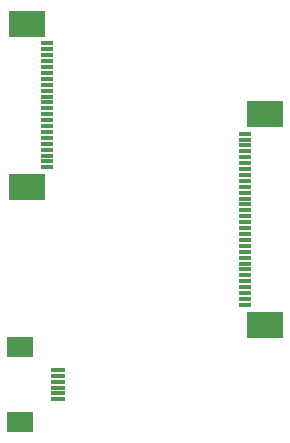
<source format=gbr>
%TF.GenerationSoftware,KiCad,Pcbnew,5.99.0-unknown-ad1ee958b0~131~ubuntu20.04.1*%
%TF.CreationDate,2021-09-09T23:45:53+08:00*%
%TF.ProjectId,di-mipi-lcd,64692d6d-6970-4692-9d6c-63642e6b6963,rev?*%
%TF.SameCoordinates,Original*%
%TF.FileFunction,Paste,Top*%
%TF.FilePolarity,Positive*%
%FSLAX46Y46*%
G04 Gerber Fmt 4.6, Leading zero omitted, Abs format (unit mm)*
G04 Created by KiCad (PCBNEW 5.99.0-unknown-ad1ee958b0~131~ubuntu20.04.1) date 2021-09-09 23:45:53*
%MOMM*%
%LPD*%
G01*
G04 APERTURE LIST*
%ADD10R,1.300000X0.300000*%
%ADD11R,2.200000X1.800000*%
%ADD12R,1.100000X0.300000*%
%ADD13R,3.100000X2.300000*%
G04 APERTURE END LIST*
D10*
%TO.C,J3*%
X137850000Y-129750000D03*
X137850000Y-130250000D03*
X137850000Y-130750000D03*
X137850000Y-131250000D03*
X137850000Y-131750000D03*
X137850000Y-132250000D03*
D11*
X134600000Y-127850000D03*
X134600000Y-134150000D03*
%TD*%
D12*
%TO.C,J2*%
X153650000Y-124250000D03*
X153650000Y-123750000D03*
X153650000Y-123250000D03*
X153650000Y-122750000D03*
X153650000Y-122250000D03*
X153650000Y-121750000D03*
X153650000Y-121250000D03*
X153650000Y-120750000D03*
X153650000Y-120250000D03*
X153650000Y-119750000D03*
X153650000Y-119250000D03*
X153650000Y-118750000D03*
X153650000Y-118250000D03*
X153650000Y-117750000D03*
X153650000Y-117250000D03*
X153650000Y-116750000D03*
X153650000Y-116250000D03*
X153650000Y-115750000D03*
X153650000Y-115250000D03*
X153650000Y-114750000D03*
X153650000Y-114250000D03*
X153650000Y-113750000D03*
X153650000Y-113250000D03*
X153650000Y-112750000D03*
X153650000Y-112250000D03*
X153650000Y-111750000D03*
X153650000Y-111250000D03*
X153650000Y-110750000D03*
X153650000Y-110250000D03*
X153650000Y-109750000D03*
D13*
X155350000Y-108080000D03*
X155350000Y-125920000D03*
%TD*%
D12*
%TO.C,J1*%
X136905000Y-102110000D03*
X136905000Y-102610000D03*
X136905000Y-103110000D03*
X136905000Y-103610000D03*
X136905000Y-104110000D03*
X136905000Y-104610000D03*
X136905000Y-105110000D03*
X136905000Y-105610000D03*
X136905000Y-106110000D03*
X136905000Y-106610000D03*
X136905000Y-107110000D03*
X136905000Y-107610000D03*
X136905000Y-108110000D03*
X136905000Y-108610000D03*
X136905000Y-109110000D03*
X136905000Y-109610000D03*
X136905000Y-110110000D03*
X136905000Y-110610000D03*
X136905000Y-111110000D03*
X136905000Y-111610000D03*
X136905000Y-112110000D03*
X136905000Y-112610000D03*
D13*
X135205000Y-114280000D03*
X135205000Y-100440000D03*
%TD*%
M02*

</source>
